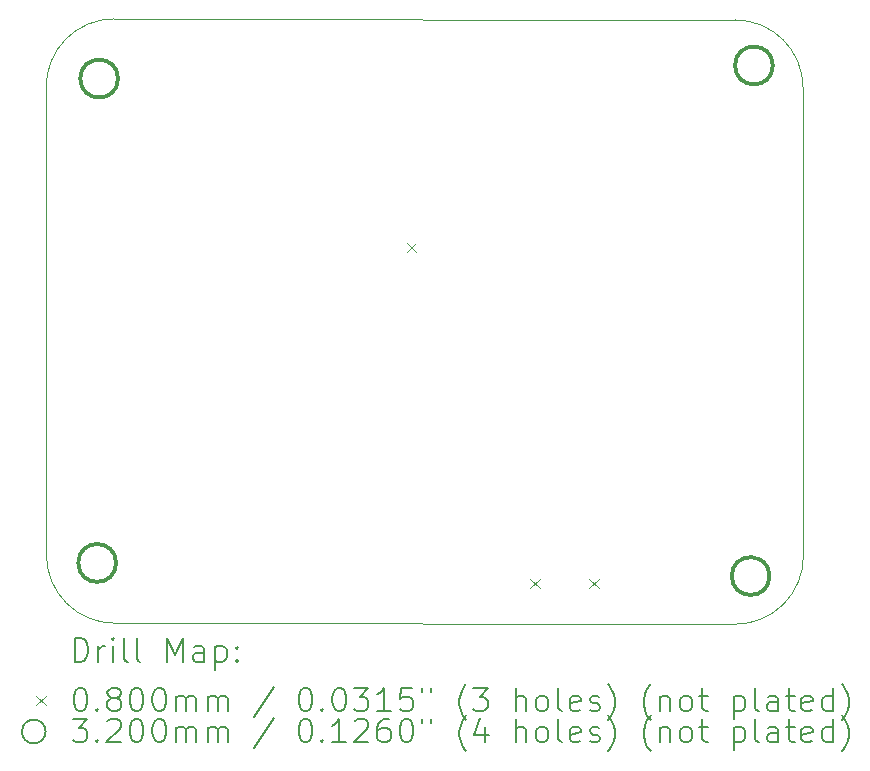
<source format=gbr>
%TF.GenerationSoftware,KiCad,Pcbnew,7.0.2*%
%TF.CreationDate,2023-11-28T02:03:47-03:00*%
%TF.ProjectId,Schematic_monitor,53636865-6d61-4746-9963-5f6d6f6e6974,rev?*%
%TF.SameCoordinates,Original*%
%TF.FileFunction,Drillmap*%
%TF.FilePolarity,Positive*%
%FSLAX45Y45*%
G04 Gerber Fmt 4.5, Leading zero omitted, Abs format (unit mm)*
G04 Created by KiCad (PCBNEW 7.0.2) date 2023-11-28 02:03:47*
%MOMM*%
%LPD*%
G01*
G04 APERTURE LIST*
%ADD10C,0.100000*%
%ADD11C,0.200000*%
%ADD12C,0.080000*%
%ADD13C,0.320000*%
G04 APERTURE END LIST*
D10*
X9094067Y-12498340D02*
X9091407Y-8534703D01*
X15500540Y-8543563D02*
X15503200Y-12507200D01*
X9094064Y-12498340D02*
G75*
G03*
X9670362Y-13074636I576296J0D01*
G01*
X15500533Y-8543563D02*
G75*
G03*
X14924244Y-7967267I-576293J3D01*
G01*
X9667703Y-7958407D02*
G75*
G03*
X9091407Y-8534703I-3J-576293D01*
G01*
X14924244Y-7967267D02*
X9667703Y-7958407D01*
X14926904Y-13083496D02*
G75*
G03*
X15503200Y-12507200I4J576292D01*
G01*
X9670362Y-13074636D02*
X14926904Y-13083496D01*
D11*
D12*
X12144408Y-9853704D02*
X12224408Y-9933704D01*
X12224408Y-9853704D02*
X12144408Y-9933704D01*
X13188700Y-12697700D02*
X13268700Y-12777700D01*
X13268700Y-12697700D02*
X13188700Y-12777700D01*
X13688700Y-12697700D02*
X13768700Y-12777700D01*
X13768700Y-12697700D02*
X13688700Y-12777700D01*
D13*
X9683200Y-12565200D02*
G75*
G03*
X9683200Y-12565200I-160000J0D01*
G01*
X9700200Y-8464200D02*
G75*
G03*
X9700200Y-8464200I-160000J0D01*
G01*
X15216200Y-12676200D02*
G75*
G03*
X15216200Y-12676200I-160000J0D01*
G01*
X15244200Y-8353200D02*
G75*
G03*
X15244200Y-8353200I-160000J0D01*
G01*
D11*
X9334026Y-13401020D02*
X9334026Y-13201020D01*
X9334026Y-13201020D02*
X9381645Y-13201020D01*
X9381645Y-13201020D02*
X9410216Y-13210544D01*
X9410216Y-13210544D02*
X9429264Y-13229591D01*
X9429264Y-13229591D02*
X9438788Y-13248639D01*
X9438788Y-13248639D02*
X9448312Y-13286734D01*
X9448312Y-13286734D02*
X9448312Y-13315305D01*
X9448312Y-13315305D02*
X9438788Y-13353401D01*
X9438788Y-13353401D02*
X9429264Y-13372448D01*
X9429264Y-13372448D02*
X9410216Y-13391496D01*
X9410216Y-13391496D02*
X9381645Y-13401020D01*
X9381645Y-13401020D02*
X9334026Y-13401020D01*
X9534026Y-13401020D02*
X9534026Y-13267686D01*
X9534026Y-13305782D02*
X9543550Y-13286734D01*
X9543550Y-13286734D02*
X9553073Y-13277210D01*
X9553073Y-13277210D02*
X9572121Y-13267686D01*
X9572121Y-13267686D02*
X9591169Y-13267686D01*
X9657835Y-13401020D02*
X9657835Y-13267686D01*
X9657835Y-13201020D02*
X9648312Y-13210544D01*
X9648312Y-13210544D02*
X9657835Y-13220067D01*
X9657835Y-13220067D02*
X9667359Y-13210544D01*
X9667359Y-13210544D02*
X9657835Y-13201020D01*
X9657835Y-13201020D02*
X9657835Y-13220067D01*
X9781645Y-13401020D02*
X9762597Y-13391496D01*
X9762597Y-13391496D02*
X9753073Y-13372448D01*
X9753073Y-13372448D02*
X9753073Y-13201020D01*
X9886407Y-13401020D02*
X9867359Y-13391496D01*
X9867359Y-13391496D02*
X9857835Y-13372448D01*
X9857835Y-13372448D02*
X9857835Y-13201020D01*
X10114978Y-13401020D02*
X10114978Y-13201020D01*
X10114978Y-13201020D02*
X10181645Y-13343877D01*
X10181645Y-13343877D02*
X10248312Y-13201020D01*
X10248312Y-13201020D02*
X10248312Y-13401020D01*
X10429264Y-13401020D02*
X10429264Y-13296258D01*
X10429264Y-13296258D02*
X10419740Y-13277210D01*
X10419740Y-13277210D02*
X10400693Y-13267686D01*
X10400693Y-13267686D02*
X10362597Y-13267686D01*
X10362597Y-13267686D02*
X10343550Y-13277210D01*
X10429264Y-13391496D02*
X10410216Y-13401020D01*
X10410216Y-13401020D02*
X10362597Y-13401020D01*
X10362597Y-13401020D02*
X10343550Y-13391496D01*
X10343550Y-13391496D02*
X10334026Y-13372448D01*
X10334026Y-13372448D02*
X10334026Y-13353401D01*
X10334026Y-13353401D02*
X10343550Y-13334353D01*
X10343550Y-13334353D02*
X10362597Y-13324829D01*
X10362597Y-13324829D02*
X10410216Y-13324829D01*
X10410216Y-13324829D02*
X10429264Y-13315305D01*
X10524502Y-13267686D02*
X10524502Y-13467686D01*
X10524502Y-13277210D02*
X10543550Y-13267686D01*
X10543550Y-13267686D02*
X10581645Y-13267686D01*
X10581645Y-13267686D02*
X10600693Y-13277210D01*
X10600693Y-13277210D02*
X10610216Y-13286734D01*
X10610216Y-13286734D02*
X10619740Y-13305782D01*
X10619740Y-13305782D02*
X10619740Y-13362924D01*
X10619740Y-13362924D02*
X10610216Y-13381972D01*
X10610216Y-13381972D02*
X10600693Y-13391496D01*
X10600693Y-13391496D02*
X10581645Y-13401020D01*
X10581645Y-13401020D02*
X10543550Y-13401020D01*
X10543550Y-13401020D02*
X10524502Y-13391496D01*
X10705454Y-13381972D02*
X10714978Y-13391496D01*
X10714978Y-13391496D02*
X10705454Y-13401020D01*
X10705454Y-13401020D02*
X10695931Y-13391496D01*
X10695931Y-13391496D02*
X10705454Y-13381972D01*
X10705454Y-13381972D02*
X10705454Y-13401020D01*
X10705454Y-13277210D02*
X10714978Y-13286734D01*
X10714978Y-13286734D02*
X10705454Y-13296258D01*
X10705454Y-13296258D02*
X10695931Y-13286734D01*
X10695931Y-13286734D02*
X10705454Y-13277210D01*
X10705454Y-13277210D02*
X10705454Y-13296258D01*
D12*
X9006407Y-13688496D02*
X9086407Y-13768496D01*
X9086407Y-13688496D02*
X9006407Y-13768496D01*
D11*
X9372121Y-13621020D02*
X9391169Y-13621020D01*
X9391169Y-13621020D02*
X9410216Y-13630544D01*
X9410216Y-13630544D02*
X9419740Y-13640067D01*
X9419740Y-13640067D02*
X9429264Y-13659115D01*
X9429264Y-13659115D02*
X9438788Y-13697210D01*
X9438788Y-13697210D02*
X9438788Y-13744829D01*
X9438788Y-13744829D02*
X9429264Y-13782924D01*
X9429264Y-13782924D02*
X9419740Y-13801972D01*
X9419740Y-13801972D02*
X9410216Y-13811496D01*
X9410216Y-13811496D02*
X9391169Y-13821020D01*
X9391169Y-13821020D02*
X9372121Y-13821020D01*
X9372121Y-13821020D02*
X9353073Y-13811496D01*
X9353073Y-13811496D02*
X9343550Y-13801972D01*
X9343550Y-13801972D02*
X9334026Y-13782924D01*
X9334026Y-13782924D02*
X9324502Y-13744829D01*
X9324502Y-13744829D02*
X9324502Y-13697210D01*
X9324502Y-13697210D02*
X9334026Y-13659115D01*
X9334026Y-13659115D02*
X9343550Y-13640067D01*
X9343550Y-13640067D02*
X9353073Y-13630544D01*
X9353073Y-13630544D02*
X9372121Y-13621020D01*
X9524502Y-13801972D02*
X9534026Y-13811496D01*
X9534026Y-13811496D02*
X9524502Y-13821020D01*
X9524502Y-13821020D02*
X9514978Y-13811496D01*
X9514978Y-13811496D02*
X9524502Y-13801972D01*
X9524502Y-13801972D02*
X9524502Y-13821020D01*
X9648312Y-13706734D02*
X9629264Y-13697210D01*
X9629264Y-13697210D02*
X9619740Y-13687686D01*
X9619740Y-13687686D02*
X9610216Y-13668639D01*
X9610216Y-13668639D02*
X9610216Y-13659115D01*
X9610216Y-13659115D02*
X9619740Y-13640067D01*
X9619740Y-13640067D02*
X9629264Y-13630544D01*
X9629264Y-13630544D02*
X9648312Y-13621020D01*
X9648312Y-13621020D02*
X9686407Y-13621020D01*
X9686407Y-13621020D02*
X9705454Y-13630544D01*
X9705454Y-13630544D02*
X9714978Y-13640067D01*
X9714978Y-13640067D02*
X9724502Y-13659115D01*
X9724502Y-13659115D02*
X9724502Y-13668639D01*
X9724502Y-13668639D02*
X9714978Y-13687686D01*
X9714978Y-13687686D02*
X9705454Y-13697210D01*
X9705454Y-13697210D02*
X9686407Y-13706734D01*
X9686407Y-13706734D02*
X9648312Y-13706734D01*
X9648312Y-13706734D02*
X9629264Y-13716258D01*
X9629264Y-13716258D02*
X9619740Y-13725782D01*
X9619740Y-13725782D02*
X9610216Y-13744829D01*
X9610216Y-13744829D02*
X9610216Y-13782924D01*
X9610216Y-13782924D02*
X9619740Y-13801972D01*
X9619740Y-13801972D02*
X9629264Y-13811496D01*
X9629264Y-13811496D02*
X9648312Y-13821020D01*
X9648312Y-13821020D02*
X9686407Y-13821020D01*
X9686407Y-13821020D02*
X9705454Y-13811496D01*
X9705454Y-13811496D02*
X9714978Y-13801972D01*
X9714978Y-13801972D02*
X9724502Y-13782924D01*
X9724502Y-13782924D02*
X9724502Y-13744829D01*
X9724502Y-13744829D02*
X9714978Y-13725782D01*
X9714978Y-13725782D02*
X9705454Y-13716258D01*
X9705454Y-13716258D02*
X9686407Y-13706734D01*
X9848312Y-13621020D02*
X9867359Y-13621020D01*
X9867359Y-13621020D02*
X9886407Y-13630544D01*
X9886407Y-13630544D02*
X9895931Y-13640067D01*
X9895931Y-13640067D02*
X9905454Y-13659115D01*
X9905454Y-13659115D02*
X9914978Y-13697210D01*
X9914978Y-13697210D02*
X9914978Y-13744829D01*
X9914978Y-13744829D02*
X9905454Y-13782924D01*
X9905454Y-13782924D02*
X9895931Y-13801972D01*
X9895931Y-13801972D02*
X9886407Y-13811496D01*
X9886407Y-13811496D02*
X9867359Y-13821020D01*
X9867359Y-13821020D02*
X9848312Y-13821020D01*
X9848312Y-13821020D02*
X9829264Y-13811496D01*
X9829264Y-13811496D02*
X9819740Y-13801972D01*
X9819740Y-13801972D02*
X9810216Y-13782924D01*
X9810216Y-13782924D02*
X9800693Y-13744829D01*
X9800693Y-13744829D02*
X9800693Y-13697210D01*
X9800693Y-13697210D02*
X9810216Y-13659115D01*
X9810216Y-13659115D02*
X9819740Y-13640067D01*
X9819740Y-13640067D02*
X9829264Y-13630544D01*
X9829264Y-13630544D02*
X9848312Y-13621020D01*
X10038788Y-13621020D02*
X10057835Y-13621020D01*
X10057835Y-13621020D02*
X10076883Y-13630544D01*
X10076883Y-13630544D02*
X10086407Y-13640067D01*
X10086407Y-13640067D02*
X10095931Y-13659115D01*
X10095931Y-13659115D02*
X10105454Y-13697210D01*
X10105454Y-13697210D02*
X10105454Y-13744829D01*
X10105454Y-13744829D02*
X10095931Y-13782924D01*
X10095931Y-13782924D02*
X10086407Y-13801972D01*
X10086407Y-13801972D02*
X10076883Y-13811496D01*
X10076883Y-13811496D02*
X10057835Y-13821020D01*
X10057835Y-13821020D02*
X10038788Y-13821020D01*
X10038788Y-13821020D02*
X10019740Y-13811496D01*
X10019740Y-13811496D02*
X10010216Y-13801972D01*
X10010216Y-13801972D02*
X10000693Y-13782924D01*
X10000693Y-13782924D02*
X9991169Y-13744829D01*
X9991169Y-13744829D02*
X9991169Y-13697210D01*
X9991169Y-13697210D02*
X10000693Y-13659115D01*
X10000693Y-13659115D02*
X10010216Y-13640067D01*
X10010216Y-13640067D02*
X10019740Y-13630544D01*
X10019740Y-13630544D02*
X10038788Y-13621020D01*
X10191169Y-13821020D02*
X10191169Y-13687686D01*
X10191169Y-13706734D02*
X10200693Y-13697210D01*
X10200693Y-13697210D02*
X10219740Y-13687686D01*
X10219740Y-13687686D02*
X10248312Y-13687686D01*
X10248312Y-13687686D02*
X10267359Y-13697210D01*
X10267359Y-13697210D02*
X10276883Y-13716258D01*
X10276883Y-13716258D02*
X10276883Y-13821020D01*
X10276883Y-13716258D02*
X10286407Y-13697210D01*
X10286407Y-13697210D02*
X10305454Y-13687686D01*
X10305454Y-13687686D02*
X10334026Y-13687686D01*
X10334026Y-13687686D02*
X10353074Y-13697210D01*
X10353074Y-13697210D02*
X10362597Y-13716258D01*
X10362597Y-13716258D02*
X10362597Y-13821020D01*
X10457835Y-13821020D02*
X10457835Y-13687686D01*
X10457835Y-13706734D02*
X10467359Y-13697210D01*
X10467359Y-13697210D02*
X10486407Y-13687686D01*
X10486407Y-13687686D02*
X10514978Y-13687686D01*
X10514978Y-13687686D02*
X10534026Y-13697210D01*
X10534026Y-13697210D02*
X10543550Y-13716258D01*
X10543550Y-13716258D02*
X10543550Y-13821020D01*
X10543550Y-13716258D02*
X10553074Y-13697210D01*
X10553074Y-13697210D02*
X10572121Y-13687686D01*
X10572121Y-13687686D02*
X10600693Y-13687686D01*
X10600693Y-13687686D02*
X10619740Y-13697210D01*
X10619740Y-13697210D02*
X10629264Y-13716258D01*
X10629264Y-13716258D02*
X10629264Y-13821020D01*
X11019740Y-13611496D02*
X10848312Y-13868639D01*
X11276883Y-13621020D02*
X11295931Y-13621020D01*
X11295931Y-13621020D02*
X11314978Y-13630544D01*
X11314978Y-13630544D02*
X11324502Y-13640067D01*
X11324502Y-13640067D02*
X11334026Y-13659115D01*
X11334026Y-13659115D02*
X11343550Y-13697210D01*
X11343550Y-13697210D02*
X11343550Y-13744829D01*
X11343550Y-13744829D02*
X11334026Y-13782924D01*
X11334026Y-13782924D02*
X11324502Y-13801972D01*
X11324502Y-13801972D02*
X11314978Y-13811496D01*
X11314978Y-13811496D02*
X11295931Y-13821020D01*
X11295931Y-13821020D02*
X11276883Y-13821020D01*
X11276883Y-13821020D02*
X11257835Y-13811496D01*
X11257835Y-13811496D02*
X11248312Y-13801972D01*
X11248312Y-13801972D02*
X11238788Y-13782924D01*
X11238788Y-13782924D02*
X11229264Y-13744829D01*
X11229264Y-13744829D02*
X11229264Y-13697210D01*
X11229264Y-13697210D02*
X11238788Y-13659115D01*
X11238788Y-13659115D02*
X11248312Y-13640067D01*
X11248312Y-13640067D02*
X11257835Y-13630544D01*
X11257835Y-13630544D02*
X11276883Y-13621020D01*
X11429264Y-13801972D02*
X11438788Y-13811496D01*
X11438788Y-13811496D02*
X11429264Y-13821020D01*
X11429264Y-13821020D02*
X11419740Y-13811496D01*
X11419740Y-13811496D02*
X11429264Y-13801972D01*
X11429264Y-13801972D02*
X11429264Y-13821020D01*
X11562597Y-13621020D02*
X11581645Y-13621020D01*
X11581645Y-13621020D02*
X11600693Y-13630544D01*
X11600693Y-13630544D02*
X11610216Y-13640067D01*
X11610216Y-13640067D02*
X11619740Y-13659115D01*
X11619740Y-13659115D02*
X11629264Y-13697210D01*
X11629264Y-13697210D02*
X11629264Y-13744829D01*
X11629264Y-13744829D02*
X11619740Y-13782924D01*
X11619740Y-13782924D02*
X11610216Y-13801972D01*
X11610216Y-13801972D02*
X11600693Y-13811496D01*
X11600693Y-13811496D02*
X11581645Y-13821020D01*
X11581645Y-13821020D02*
X11562597Y-13821020D01*
X11562597Y-13821020D02*
X11543550Y-13811496D01*
X11543550Y-13811496D02*
X11534026Y-13801972D01*
X11534026Y-13801972D02*
X11524502Y-13782924D01*
X11524502Y-13782924D02*
X11514978Y-13744829D01*
X11514978Y-13744829D02*
X11514978Y-13697210D01*
X11514978Y-13697210D02*
X11524502Y-13659115D01*
X11524502Y-13659115D02*
X11534026Y-13640067D01*
X11534026Y-13640067D02*
X11543550Y-13630544D01*
X11543550Y-13630544D02*
X11562597Y-13621020D01*
X11695931Y-13621020D02*
X11819740Y-13621020D01*
X11819740Y-13621020D02*
X11753074Y-13697210D01*
X11753074Y-13697210D02*
X11781645Y-13697210D01*
X11781645Y-13697210D02*
X11800693Y-13706734D01*
X11800693Y-13706734D02*
X11810216Y-13716258D01*
X11810216Y-13716258D02*
X11819740Y-13735305D01*
X11819740Y-13735305D02*
X11819740Y-13782924D01*
X11819740Y-13782924D02*
X11810216Y-13801972D01*
X11810216Y-13801972D02*
X11800693Y-13811496D01*
X11800693Y-13811496D02*
X11781645Y-13821020D01*
X11781645Y-13821020D02*
X11724502Y-13821020D01*
X11724502Y-13821020D02*
X11705455Y-13811496D01*
X11705455Y-13811496D02*
X11695931Y-13801972D01*
X12010216Y-13821020D02*
X11895931Y-13821020D01*
X11953074Y-13821020D02*
X11953074Y-13621020D01*
X11953074Y-13621020D02*
X11934026Y-13649591D01*
X11934026Y-13649591D02*
X11914978Y-13668639D01*
X11914978Y-13668639D02*
X11895931Y-13678163D01*
X12191169Y-13621020D02*
X12095931Y-13621020D01*
X12095931Y-13621020D02*
X12086407Y-13716258D01*
X12086407Y-13716258D02*
X12095931Y-13706734D01*
X12095931Y-13706734D02*
X12114978Y-13697210D01*
X12114978Y-13697210D02*
X12162597Y-13697210D01*
X12162597Y-13697210D02*
X12181645Y-13706734D01*
X12181645Y-13706734D02*
X12191169Y-13716258D01*
X12191169Y-13716258D02*
X12200693Y-13735305D01*
X12200693Y-13735305D02*
X12200693Y-13782924D01*
X12200693Y-13782924D02*
X12191169Y-13801972D01*
X12191169Y-13801972D02*
X12181645Y-13811496D01*
X12181645Y-13811496D02*
X12162597Y-13821020D01*
X12162597Y-13821020D02*
X12114978Y-13821020D01*
X12114978Y-13821020D02*
X12095931Y-13811496D01*
X12095931Y-13811496D02*
X12086407Y-13801972D01*
X12276883Y-13621020D02*
X12276883Y-13659115D01*
X12353074Y-13621020D02*
X12353074Y-13659115D01*
X12648312Y-13897210D02*
X12638788Y-13887686D01*
X12638788Y-13887686D02*
X12619740Y-13859115D01*
X12619740Y-13859115D02*
X12610217Y-13840067D01*
X12610217Y-13840067D02*
X12600693Y-13811496D01*
X12600693Y-13811496D02*
X12591169Y-13763877D01*
X12591169Y-13763877D02*
X12591169Y-13725782D01*
X12591169Y-13725782D02*
X12600693Y-13678163D01*
X12600693Y-13678163D02*
X12610217Y-13649591D01*
X12610217Y-13649591D02*
X12619740Y-13630544D01*
X12619740Y-13630544D02*
X12638788Y-13601972D01*
X12638788Y-13601972D02*
X12648312Y-13592448D01*
X12705455Y-13621020D02*
X12829264Y-13621020D01*
X12829264Y-13621020D02*
X12762597Y-13697210D01*
X12762597Y-13697210D02*
X12791169Y-13697210D01*
X12791169Y-13697210D02*
X12810217Y-13706734D01*
X12810217Y-13706734D02*
X12819740Y-13716258D01*
X12819740Y-13716258D02*
X12829264Y-13735305D01*
X12829264Y-13735305D02*
X12829264Y-13782924D01*
X12829264Y-13782924D02*
X12819740Y-13801972D01*
X12819740Y-13801972D02*
X12810217Y-13811496D01*
X12810217Y-13811496D02*
X12791169Y-13821020D01*
X12791169Y-13821020D02*
X12734026Y-13821020D01*
X12734026Y-13821020D02*
X12714978Y-13811496D01*
X12714978Y-13811496D02*
X12705455Y-13801972D01*
X13067359Y-13821020D02*
X13067359Y-13621020D01*
X13153074Y-13821020D02*
X13153074Y-13716258D01*
X13153074Y-13716258D02*
X13143550Y-13697210D01*
X13143550Y-13697210D02*
X13124502Y-13687686D01*
X13124502Y-13687686D02*
X13095931Y-13687686D01*
X13095931Y-13687686D02*
X13076883Y-13697210D01*
X13076883Y-13697210D02*
X13067359Y-13706734D01*
X13276883Y-13821020D02*
X13257836Y-13811496D01*
X13257836Y-13811496D02*
X13248312Y-13801972D01*
X13248312Y-13801972D02*
X13238788Y-13782924D01*
X13238788Y-13782924D02*
X13238788Y-13725782D01*
X13238788Y-13725782D02*
X13248312Y-13706734D01*
X13248312Y-13706734D02*
X13257836Y-13697210D01*
X13257836Y-13697210D02*
X13276883Y-13687686D01*
X13276883Y-13687686D02*
X13305455Y-13687686D01*
X13305455Y-13687686D02*
X13324502Y-13697210D01*
X13324502Y-13697210D02*
X13334026Y-13706734D01*
X13334026Y-13706734D02*
X13343550Y-13725782D01*
X13343550Y-13725782D02*
X13343550Y-13782924D01*
X13343550Y-13782924D02*
X13334026Y-13801972D01*
X13334026Y-13801972D02*
X13324502Y-13811496D01*
X13324502Y-13811496D02*
X13305455Y-13821020D01*
X13305455Y-13821020D02*
X13276883Y-13821020D01*
X13457836Y-13821020D02*
X13438788Y-13811496D01*
X13438788Y-13811496D02*
X13429264Y-13792448D01*
X13429264Y-13792448D02*
X13429264Y-13621020D01*
X13610217Y-13811496D02*
X13591169Y-13821020D01*
X13591169Y-13821020D02*
X13553074Y-13821020D01*
X13553074Y-13821020D02*
X13534026Y-13811496D01*
X13534026Y-13811496D02*
X13524502Y-13792448D01*
X13524502Y-13792448D02*
X13524502Y-13716258D01*
X13524502Y-13716258D02*
X13534026Y-13697210D01*
X13534026Y-13697210D02*
X13553074Y-13687686D01*
X13553074Y-13687686D02*
X13591169Y-13687686D01*
X13591169Y-13687686D02*
X13610217Y-13697210D01*
X13610217Y-13697210D02*
X13619740Y-13716258D01*
X13619740Y-13716258D02*
X13619740Y-13735305D01*
X13619740Y-13735305D02*
X13524502Y-13754353D01*
X13695931Y-13811496D02*
X13714979Y-13821020D01*
X13714979Y-13821020D02*
X13753074Y-13821020D01*
X13753074Y-13821020D02*
X13772121Y-13811496D01*
X13772121Y-13811496D02*
X13781645Y-13792448D01*
X13781645Y-13792448D02*
X13781645Y-13782924D01*
X13781645Y-13782924D02*
X13772121Y-13763877D01*
X13772121Y-13763877D02*
X13753074Y-13754353D01*
X13753074Y-13754353D02*
X13724502Y-13754353D01*
X13724502Y-13754353D02*
X13705455Y-13744829D01*
X13705455Y-13744829D02*
X13695931Y-13725782D01*
X13695931Y-13725782D02*
X13695931Y-13716258D01*
X13695931Y-13716258D02*
X13705455Y-13697210D01*
X13705455Y-13697210D02*
X13724502Y-13687686D01*
X13724502Y-13687686D02*
X13753074Y-13687686D01*
X13753074Y-13687686D02*
X13772121Y-13697210D01*
X13848312Y-13897210D02*
X13857836Y-13887686D01*
X13857836Y-13887686D02*
X13876883Y-13859115D01*
X13876883Y-13859115D02*
X13886407Y-13840067D01*
X13886407Y-13840067D02*
X13895931Y-13811496D01*
X13895931Y-13811496D02*
X13905455Y-13763877D01*
X13905455Y-13763877D02*
X13905455Y-13725782D01*
X13905455Y-13725782D02*
X13895931Y-13678163D01*
X13895931Y-13678163D02*
X13886407Y-13649591D01*
X13886407Y-13649591D02*
X13876883Y-13630544D01*
X13876883Y-13630544D02*
X13857836Y-13601972D01*
X13857836Y-13601972D02*
X13848312Y-13592448D01*
X14210217Y-13897210D02*
X14200693Y-13887686D01*
X14200693Y-13887686D02*
X14181645Y-13859115D01*
X14181645Y-13859115D02*
X14172121Y-13840067D01*
X14172121Y-13840067D02*
X14162598Y-13811496D01*
X14162598Y-13811496D02*
X14153074Y-13763877D01*
X14153074Y-13763877D02*
X14153074Y-13725782D01*
X14153074Y-13725782D02*
X14162598Y-13678163D01*
X14162598Y-13678163D02*
X14172121Y-13649591D01*
X14172121Y-13649591D02*
X14181645Y-13630544D01*
X14181645Y-13630544D02*
X14200693Y-13601972D01*
X14200693Y-13601972D02*
X14210217Y-13592448D01*
X14286407Y-13687686D02*
X14286407Y-13821020D01*
X14286407Y-13706734D02*
X14295931Y-13697210D01*
X14295931Y-13697210D02*
X14314979Y-13687686D01*
X14314979Y-13687686D02*
X14343550Y-13687686D01*
X14343550Y-13687686D02*
X14362598Y-13697210D01*
X14362598Y-13697210D02*
X14372121Y-13716258D01*
X14372121Y-13716258D02*
X14372121Y-13821020D01*
X14495931Y-13821020D02*
X14476883Y-13811496D01*
X14476883Y-13811496D02*
X14467360Y-13801972D01*
X14467360Y-13801972D02*
X14457836Y-13782924D01*
X14457836Y-13782924D02*
X14457836Y-13725782D01*
X14457836Y-13725782D02*
X14467360Y-13706734D01*
X14467360Y-13706734D02*
X14476883Y-13697210D01*
X14476883Y-13697210D02*
X14495931Y-13687686D01*
X14495931Y-13687686D02*
X14524502Y-13687686D01*
X14524502Y-13687686D02*
X14543550Y-13697210D01*
X14543550Y-13697210D02*
X14553074Y-13706734D01*
X14553074Y-13706734D02*
X14562598Y-13725782D01*
X14562598Y-13725782D02*
X14562598Y-13782924D01*
X14562598Y-13782924D02*
X14553074Y-13801972D01*
X14553074Y-13801972D02*
X14543550Y-13811496D01*
X14543550Y-13811496D02*
X14524502Y-13821020D01*
X14524502Y-13821020D02*
X14495931Y-13821020D01*
X14619741Y-13687686D02*
X14695931Y-13687686D01*
X14648312Y-13621020D02*
X14648312Y-13792448D01*
X14648312Y-13792448D02*
X14657836Y-13811496D01*
X14657836Y-13811496D02*
X14676883Y-13821020D01*
X14676883Y-13821020D02*
X14695931Y-13821020D01*
X14914979Y-13687686D02*
X14914979Y-13887686D01*
X14914979Y-13697210D02*
X14934026Y-13687686D01*
X14934026Y-13687686D02*
X14972122Y-13687686D01*
X14972122Y-13687686D02*
X14991169Y-13697210D01*
X14991169Y-13697210D02*
X15000693Y-13706734D01*
X15000693Y-13706734D02*
X15010217Y-13725782D01*
X15010217Y-13725782D02*
X15010217Y-13782924D01*
X15010217Y-13782924D02*
X15000693Y-13801972D01*
X15000693Y-13801972D02*
X14991169Y-13811496D01*
X14991169Y-13811496D02*
X14972122Y-13821020D01*
X14972122Y-13821020D02*
X14934026Y-13821020D01*
X14934026Y-13821020D02*
X14914979Y-13811496D01*
X15124502Y-13821020D02*
X15105455Y-13811496D01*
X15105455Y-13811496D02*
X15095931Y-13792448D01*
X15095931Y-13792448D02*
X15095931Y-13621020D01*
X15286407Y-13821020D02*
X15286407Y-13716258D01*
X15286407Y-13716258D02*
X15276883Y-13697210D01*
X15276883Y-13697210D02*
X15257836Y-13687686D01*
X15257836Y-13687686D02*
X15219741Y-13687686D01*
X15219741Y-13687686D02*
X15200693Y-13697210D01*
X15286407Y-13811496D02*
X15267360Y-13821020D01*
X15267360Y-13821020D02*
X15219741Y-13821020D01*
X15219741Y-13821020D02*
X15200693Y-13811496D01*
X15200693Y-13811496D02*
X15191169Y-13792448D01*
X15191169Y-13792448D02*
X15191169Y-13773401D01*
X15191169Y-13773401D02*
X15200693Y-13754353D01*
X15200693Y-13754353D02*
X15219741Y-13744829D01*
X15219741Y-13744829D02*
X15267360Y-13744829D01*
X15267360Y-13744829D02*
X15286407Y-13735305D01*
X15353074Y-13687686D02*
X15429264Y-13687686D01*
X15381645Y-13621020D02*
X15381645Y-13792448D01*
X15381645Y-13792448D02*
X15391169Y-13811496D01*
X15391169Y-13811496D02*
X15410217Y-13821020D01*
X15410217Y-13821020D02*
X15429264Y-13821020D01*
X15572122Y-13811496D02*
X15553074Y-13821020D01*
X15553074Y-13821020D02*
X15514979Y-13821020D01*
X15514979Y-13821020D02*
X15495931Y-13811496D01*
X15495931Y-13811496D02*
X15486407Y-13792448D01*
X15486407Y-13792448D02*
X15486407Y-13716258D01*
X15486407Y-13716258D02*
X15495931Y-13697210D01*
X15495931Y-13697210D02*
X15514979Y-13687686D01*
X15514979Y-13687686D02*
X15553074Y-13687686D01*
X15553074Y-13687686D02*
X15572122Y-13697210D01*
X15572122Y-13697210D02*
X15581645Y-13716258D01*
X15581645Y-13716258D02*
X15581645Y-13735305D01*
X15581645Y-13735305D02*
X15486407Y-13754353D01*
X15753074Y-13821020D02*
X15753074Y-13621020D01*
X15753074Y-13811496D02*
X15734026Y-13821020D01*
X15734026Y-13821020D02*
X15695931Y-13821020D01*
X15695931Y-13821020D02*
X15676883Y-13811496D01*
X15676883Y-13811496D02*
X15667360Y-13801972D01*
X15667360Y-13801972D02*
X15657836Y-13782924D01*
X15657836Y-13782924D02*
X15657836Y-13725782D01*
X15657836Y-13725782D02*
X15667360Y-13706734D01*
X15667360Y-13706734D02*
X15676883Y-13697210D01*
X15676883Y-13697210D02*
X15695931Y-13687686D01*
X15695931Y-13687686D02*
X15734026Y-13687686D01*
X15734026Y-13687686D02*
X15753074Y-13697210D01*
X15829264Y-13897210D02*
X15838788Y-13887686D01*
X15838788Y-13887686D02*
X15857836Y-13859115D01*
X15857836Y-13859115D02*
X15867360Y-13840067D01*
X15867360Y-13840067D02*
X15876883Y-13811496D01*
X15876883Y-13811496D02*
X15886407Y-13763877D01*
X15886407Y-13763877D02*
X15886407Y-13725782D01*
X15886407Y-13725782D02*
X15876883Y-13678163D01*
X15876883Y-13678163D02*
X15867360Y-13649591D01*
X15867360Y-13649591D02*
X15857836Y-13630544D01*
X15857836Y-13630544D02*
X15838788Y-13601972D01*
X15838788Y-13601972D02*
X15829264Y-13592448D01*
X9086407Y-13992496D02*
G75*
G03*
X9086407Y-13992496I-100000J0D01*
G01*
X9314978Y-13885020D02*
X9438788Y-13885020D01*
X9438788Y-13885020D02*
X9372121Y-13961210D01*
X9372121Y-13961210D02*
X9400693Y-13961210D01*
X9400693Y-13961210D02*
X9419740Y-13970734D01*
X9419740Y-13970734D02*
X9429264Y-13980258D01*
X9429264Y-13980258D02*
X9438788Y-13999305D01*
X9438788Y-13999305D02*
X9438788Y-14046924D01*
X9438788Y-14046924D02*
X9429264Y-14065972D01*
X9429264Y-14065972D02*
X9419740Y-14075496D01*
X9419740Y-14075496D02*
X9400693Y-14085020D01*
X9400693Y-14085020D02*
X9343550Y-14085020D01*
X9343550Y-14085020D02*
X9324502Y-14075496D01*
X9324502Y-14075496D02*
X9314978Y-14065972D01*
X9524502Y-14065972D02*
X9534026Y-14075496D01*
X9534026Y-14075496D02*
X9524502Y-14085020D01*
X9524502Y-14085020D02*
X9514978Y-14075496D01*
X9514978Y-14075496D02*
X9524502Y-14065972D01*
X9524502Y-14065972D02*
X9524502Y-14085020D01*
X9610216Y-13904067D02*
X9619740Y-13894544D01*
X9619740Y-13894544D02*
X9638788Y-13885020D01*
X9638788Y-13885020D02*
X9686407Y-13885020D01*
X9686407Y-13885020D02*
X9705454Y-13894544D01*
X9705454Y-13894544D02*
X9714978Y-13904067D01*
X9714978Y-13904067D02*
X9724502Y-13923115D01*
X9724502Y-13923115D02*
X9724502Y-13942163D01*
X9724502Y-13942163D02*
X9714978Y-13970734D01*
X9714978Y-13970734D02*
X9600693Y-14085020D01*
X9600693Y-14085020D02*
X9724502Y-14085020D01*
X9848312Y-13885020D02*
X9867359Y-13885020D01*
X9867359Y-13885020D02*
X9886407Y-13894544D01*
X9886407Y-13894544D02*
X9895931Y-13904067D01*
X9895931Y-13904067D02*
X9905454Y-13923115D01*
X9905454Y-13923115D02*
X9914978Y-13961210D01*
X9914978Y-13961210D02*
X9914978Y-14008829D01*
X9914978Y-14008829D02*
X9905454Y-14046924D01*
X9905454Y-14046924D02*
X9895931Y-14065972D01*
X9895931Y-14065972D02*
X9886407Y-14075496D01*
X9886407Y-14075496D02*
X9867359Y-14085020D01*
X9867359Y-14085020D02*
X9848312Y-14085020D01*
X9848312Y-14085020D02*
X9829264Y-14075496D01*
X9829264Y-14075496D02*
X9819740Y-14065972D01*
X9819740Y-14065972D02*
X9810216Y-14046924D01*
X9810216Y-14046924D02*
X9800693Y-14008829D01*
X9800693Y-14008829D02*
X9800693Y-13961210D01*
X9800693Y-13961210D02*
X9810216Y-13923115D01*
X9810216Y-13923115D02*
X9819740Y-13904067D01*
X9819740Y-13904067D02*
X9829264Y-13894544D01*
X9829264Y-13894544D02*
X9848312Y-13885020D01*
X10038788Y-13885020D02*
X10057835Y-13885020D01*
X10057835Y-13885020D02*
X10076883Y-13894544D01*
X10076883Y-13894544D02*
X10086407Y-13904067D01*
X10086407Y-13904067D02*
X10095931Y-13923115D01*
X10095931Y-13923115D02*
X10105454Y-13961210D01*
X10105454Y-13961210D02*
X10105454Y-14008829D01*
X10105454Y-14008829D02*
X10095931Y-14046924D01*
X10095931Y-14046924D02*
X10086407Y-14065972D01*
X10086407Y-14065972D02*
X10076883Y-14075496D01*
X10076883Y-14075496D02*
X10057835Y-14085020D01*
X10057835Y-14085020D02*
X10038788Y-14085020D01*
X10038788Y-14085020D02*
X10019740Y-14075496D01*
X10019740Y-14075496D02*
X10010216Y-14065972D01*
X10010216Y-14065972D02*
X10000693Y-14046924D01*
X10000693Y-14046924D02*
X9991169Y-14008829D01*
X9991169Y-14008829D02*
X9991169Y-13961210D01*
X9991169Y-13961210D02*
X10000693Y-13923115D01*
X10000693Y-13923115D02*
X10010216Y-13904067D01*
X10010216Y-13904067D02*
X10019740Y-13894544D01*
X10019740Y-13894544D02*
X10038788Y-13885020D01*
X10191169Y-14085020D02*
X10191169Y-13951686D01*
X10191169Y-13970734D02*
X10200693Y-13961210D01*
X10200693Y-13961210D02*
X10219740Y-13951686D01*
X10219740Y-13951686D02*
X10248312Y-13951686D01*
X10248312Y-13951686D02*
X10267359Y-13961210D01*
X10267359Y-13961210D02*
X10276883Y-13980258D01*
X10276883Y-13980258D02*
X10276883Y-14085020D01*
X10276883Y-13980258D02*
X10286407Y-13961210D01*
X10286407Y-13961210D02*
X10305454Y-13951686D01*
X10305454Y-13951686D02*
X10334026Y-13951686D01*
X10334026Y-13951686D02*
X10353074Y-13961210D01*
X10353074Y-13961210D02*
X10362597Y-13980258D01*
X10362597Y-13980258D02*
X10362597Y-14085020D01*
X10457835Y-14085020D02*
X10457835Y-13951686D01*
X10457835Y-13970734D02*
X10467359Y-13961210D01*
X10467359Y-13961210D02*
X10486407Y-13951686D01*
X10486407Y-13951686D02*
X10514978Y-13951686D01*
X10514978Y-13951686D02*
X10534026Y-13961210D01*
X10534026Y-13961210D02*
X10543550Y-13980258D01*
X10543550Y-13980258D02*
X10543550Y-14085020D01*
X10543550Y-13980258D02*
X10553074Y-13961210D01*
X10553074Y-13961210D02*
X10572121Y-13951686D01*
X10572121Y-13951686D02*
X10600693Y-13951686D01*
X10600693Y-13951686D02*
X10619740Y-13961210D01*
X10619740Y-13961210D02*
X10629264Y-13980258D01*
X10629264Y-13980258D02*
X10629264Y-14085020D01*
X11019740Y-13875496D02*
X10848312Y-14132639D01*
X11276883Y-13885020D02*
X11295931Y-13885020D01*
X11295931Y-13885020D02*
X11314978Y-13894544D01*
X11314978Y-13894544D02*
X11324502Y-13904067D01*
X11324502Y-13904067D02*
X11334026Y-13923115D01*
X11334026Y-13923115D02*
X11343550Y-13961210D01*
X11343550Y-13961210D02*
X11343550Y-14008829D01*
X11343550Y-14008829D02*
X11334026Y-14046924D01*
X11334026Y-14046924D02*
X11324502Y-14065972D01*
X11324502Y-14065972D02*
X11314978Y-14075496D01*
X11314978Y-14075496D02*
X11295931Y-14085020D01*
X11295931Y-14085020D02*
X11276883Y-14085020D01*
X11276883Y-14085020D02*
X11257835Y-14075496D01*
X11257835Y-14075496D02*
X11248312Y-14065972D01*
X11248312Y-14065972D02*
X11238788Y-14046924D01*
X11238788Y-14046924D02*
X11229264Y-14008829D01*
X11229264Y-14008829D02*
X11229264Y-13961210D01*
X11229264Y-13961210D02*
X11238788Y-13923115D01*
X11238788Y-13923115D02*
X11248312Y-13904067D01*
X11248312Y-13904067D02*
X11257835Y-13894544D01*
X11257835Y-13894544D02*
X11276883Y-13885020D01*
X11429264Y-14065972D02*
X11438788Y-14075496D01*
X11438788Y-14075496D02*
X11429264Y-14085020D01*
X11429264Y-14085020D02*
X11419740Y-14075496D01*
X11419740Y-14075496D02*
X11429264Y-14065972D01*
X11429264Y-14065972D02*
X11429264Y-14085020D01*
X11629264Y-14085020D02*
X11514978Y-14085020D01*
X11572121Y-14085020D02*
X11572121Y-13885020D01*
X11572121Y-13885020D02*
X11553074Y-13913591D01*
X11553074Y-13913591D02*
X11534026Y-13932639D01*
X11534026Y-13932639D02*
X11514978Y-13942163D01*
X11705455Y-13904067D02*
X11714978Y-13894544D01*
X11714978Y-13894544D02*
X11734026Y-13885020D01*
X11734026Y-13885020D02*
X11781645Y-13885020D01*
X11781645Y-13885020D02*
X11800693Y-13894544D01*
X11800693Y-13894544D02*
X11810216Y-13904067D01*
X11810216Y-13904067D02*
X11819740Y-13923115D01*
X11819740Y-13923115D02*
X11819740Y-13942163D01*
X11819740Y-13942163D02*
X11810216Y-13970734D01*
X11810216Y-13970734D02*
X11695931Y-14085020D01*
X11695931Y-14085020D02*
X11819740Y-14085020D01*
X11991169Y-13885020D02*
X11953074Y-13885020D01*
X11953074Y-13885020D02*
X11934026Y-13894544D01*
X11934026Y-13894544D02*
X11924502Y-13904067D01*
X11924502Y-13904067D02*
X11905455Y-13932639D01*
X11905455Y-13932639D02*
X11895931Y-13970734D01*
X11895931Y-13970734D02*
X11895931Y-14046924D01*
X11895931Y-14046924D02*
X11905455Y-14065972D01*
X11905455Y-14065972D02*
X11914978Y-14075496D01*
X11914978Y-14075496D02*
X11934026Y-14085020D01*
X11934026Y-14085020D02*
X11972121Y-14085020D01*
X11972121Y-14085020D02*
X11991169Y-14075496D01*
X11991169Y-14075496D02*
X12000693Y-14065972D01*
X12000693Y-14065972D02*
X12010216Y-14046924D01*
X12010216Y-14046924D02*
X12010216Y-13999305D01*
X12010216Y-13999305D02*
X12000693Y-13980258D01*
X12000693Y-13980258D02*
X11991169Y-13970734D01*
X11991169Y-13970734D02*
X11972121Y-13961210D01*
X11972121Y-13961210D02*
X11934026Y-13961210D01*
X11934026Y-13961210D02*
X11914978Y-13970734D01*
X11914978Y-13970734D02*
X11905455Y-13980258D01*
X11905455Y-13980258D02*
X11895931Y-13999305D01*
X12134026Y-13885020D02*
X12153074Y-13885020D01*
X12153074Y-13885020D02*
X12172121Y-13894544D01*
X12172121Y-13894544D02*
X12181645Y-13904067D01*
X12181645Y-13904067D02*
X12191169Y-13923115D01*
X12191169Y-13923115D02*
X12200693Y-13961210D01*
X12200693Y-13961210D02*
X12200693Y-14008829D01*
X12200693Y-14008829D02*
X12191169Y-14046924D01*
X12191169Y-14046924D02*
X12181645Y-14065972D01*
X12181645Y-14065972D02*
X12172121Y-14075496D01*
X12172121Y-14075496D02*
X12153074Y-14085020D01*
X12153074Y-14085020D02*
X12134026Y-14085020D01*
X12134026Y-14085020D02*
X12114978Y-14075496D01*
X12114978Y-14075496D02*
X12105455Y-14065972D01*
X12105455Y-14065972D02*
X12095931Y-14046924D01*
X12095931Y-14046924D02*
X12086407Y-14008829D01*
X12086407Y-14008829D02*
X12086407Y-13961210D01*
X12086407Y-13961210D02*
X12095931Y-13923115D01*
X12095931Y-13923115D02*
X12105455Y-13904067D01*
X12105455Y-13904067D02*
X12114978Y-13894544D01*
X12114978Y-13894544D02*
X12134026Y-13885020D01*
X12276883Y-13885020D02*
X12276883Y-13923115D01*
X12353074Y-13885020D02*
X12353074Y-13923115D01*
X12648312Y-14161210D02*
X12638788Y-14151686D01*
X12638788Y-14151686D02*
X12619740Y-14123115D01*
X12619740Y-14123115D02*
X12610217Y-14104067D01*
X12610217Y-14104067D02*
X12600693Y-14075496D01*
X12600693Y-14075496D02*
X12591169Y-14027877D01*
X12591169Y-14027877D02*
X12591169Y-13989782D01*
X12591169Y-13989782D02*
X12600693Y-13942163D01*
X12600693Y-13942163D02*
X12610217Y-13913591D01*
X12610217Y-13913591D02*
X12619740Y-13894544D01*
X12619740Y-13894544D02*
X12638788Y-13865972D01*
X12638788Y-13865972D02*
X12648312Y-13856448D01*
X12810217Y-13951686D02*
X12810217Y-14085020D01*
X12762597Y-13875496D02*
X12714978Y-14018353D01*
X12714978Y-14018353D02*
X12838788Y-14018353D01*
X13067359Y-14085020D02*
X13067359Y-13885020D01*
X13153074Y-14085020D02*
X13153074Y-13980258D01*
X13153074Y-13980258D02*
X13143550Y-13961210D01*
X13143550Y-13961210D02*
X13124502Y-13951686D01*
X13124502Y-13951686D02*
X13095931Y-13951686D01*
X13095931Y-13951686D02*
X13076883Y-13961210D01*
X13076883Y-13961210D02*
X13067359Y-13970734D01*
X13276883Y-14085020D02*
X13257836Y-14075496D01*
X13257836Y-14075496D02*
X13248312Y-14065972D01*
X13248312Y-14065972D02*
X13238788Y-14046924D01*
X13238788Y-14046924D02*
X13238788Y-13989782D01*
X13238788Y-13989782D02*
X13248312Y-13970734D01*
X13248312Y-13970734D02*
X13257836Y-13961210D01*
X13257836Y-13961210D02*
X13276883Y-13951686D01*
X13276883Y-13951686D02*
X13305455Y-13951686D01*
X13305455Y-13951686D02*
X13324502Y-13961210D01*
X13324502Y-13961210D02*
X13334026Y-13970734D01*
X13334026Y-13970734D02*
X13343550Y-13989782D01*
X13343550Y-13989782D02*
X13343550Y-14046924D01*
X13343550Y-14046924D02*
X13334026Y-14065972D01*
X13334026Y-14065972D02*
X13324502Y-14075496D01*
X13324502Y-14075496D02*
X13305455Y-14085020D01*
X13305455Y-14085020D02*
X13276883Y-14085020D01*
X13457836Y-14085020D02*
X13438788Y-14075496D01*
X13438788Y-14075496D02*
X13429264Y-14056448D01*
X13429264Y-14056448D02*
X13429264Y-13885020D01*
X13610217Y-14075496D02*
X13591169Y-14085020D01*
X13591169Y-14085020D02*
X13553074Y-14085020D01*
X13553074Y-14085020D02*
X13534026Y-14075496D01*
X13534026Y-14075496D02*
X13524502Y-14056448D01*
X13524502Y-14056448D02*
X13524502Y-13980258D01*
X13524502Y-13980258D02*
X13534026Y-13961210D01*
X13534026Y-13961210D02*
X13553074Y-13951686D01*
X13553074Y-13951686D02*
X13591169Y-13951686D01*
X13591169Y-13951686D02*
X13610217Y-13961210D01*
X13610217Y-13961210D02*
X13619740Y-13980258D01*
X13619740Y-13980258D02*
X13619740Y-13999305D01*
X13619740Y-13999305D02*
X13524502Y-14018353D01*
X13695931Y-14075496D02*
X13714979Y-14085020D01*
X13714979Y-14085020D02*
X13753074Y-14085020D01*
X13753074Y-14085020D02*
X13772121Y-14075496D01*
X13772121Y-14075496D02*
X13781645Y-14056448D01*
X13781645Y-14056448D02*
X13781645Y-14046924D01*
X13781645Y-14046924D02*
X13772121Y-14027877D01*
X13772121Y-14027877D02*
X13753074Y-14018353D01*
X13753074Y-14018353D02*
X13724502Y-14018353D01*
X13724502Y-14018353D02*
X13705455Y-14008829D01*
X13705455Y-14008829D02*
X13695931Y-13989782D01*
X13695931Y-13989782D02*
X13695931Y-13980258D01*
X13695931Y-13980258D02*
X13705455Y-13961210D01*
X13705455Y-13961210D02*
X13724502Y-13951686D01*
X13724502Y-13951686D02*
X13753074Y-13951686D01*
X13753074Y-13951686D02*
X13772121Y-13961210D01*
X13848312Y-14161210D02*
X13857836Y-14151686D01*
X13857836Y-14151686D02*
X13876883Y-14123115D01*
X13876883Y-14123115D02*
X13886407Y-14104067D01*
X13886407Y-14104067D02*
X13895931Y-14075496D01*
X13895931Y-14075496D02*
X13905455Y-14027877D01*
X13905455Y-14027877D02*
X13905455Y-13989782D01*
X13905455Y-13989782D02*
X13895931Y-13942163D01*
X13895931Y-13942163D02*
X13886407Y-13913591D01*
X13886407Y-13913591D02*
X13876883Y-13894544D01*
X13876883Y-13894544D02*
X13857836Y-13865972D01*
X13857836Y-13865972D02*
X13848312Y-13856448D01*
X14210217Y-14161210D02*
X14200693Y-14151686D01*
X14200693Y-14151686D02*
X14181645Y-14123115D01*
X14181645Y-14123115D02*
X14172121Y-14104067D01*
X14172121Y-14104067D02*
X14162598Y-14075496D01*
X14162598Y-14075496D02*
X14153074Y-14027877D01*
X14153074Y-14027877D02*
X14153074Y-13989782D01*
X14153074Y-13989782D02*
X14162598Y-13942163D01*
X14162598Y-13942163D02*
X14172121Y-13913591D01*
X14172121Y-13913591D02*
X14181645Y-13894544D01*
X14181645Y-13894544D02*
X14200693Y-13865972D01*
X14200693Y-13865972D02*
X14210217Y-13856448D01*
X14286407Y-13951686D02*
X14286407Y-14085020D01*
X14286407Y-13970734D02*
X14295931Y-13961210D01*
X14295931Y-13961210D02*
X14314979Y-13951686D01*
X14314979Y-13951686D02*
X14343550Y-13951686D01*
X14343550Y-13951686D02*
X14362598Y-13961210D01*
X14362598Y-13961210D02*
X14372121Y-13980258D01*
X14372121Y-13980258D02*
X14372121Y-14085020D01*
X14495931Y-14085020D02*
X14476883Y-14075496D01*
X14476883Y-14075496D02*
X14467360Y-14065972D01*
X14467360Y-14065972D02*
X14457836Y-14046924D01*
X14457836Y-14046924D02*
X14457836Y-13989782D01*
X14457836Y-13989782D02*
X14467360Y-13970734D01*
X14467360Y-13970734D02*
X14476883Y-13961210D01*
X14476883Y-13961210D02*
X14495931Y-13951686D01*
X14495931Y-13951686D02*
X14524502Y-13951686D01*
X14524502Y-13951686D02*
X14543550Y-13961210D01*
X14543550Y-13961210D02*
X14553074Y-13970734D01*
X14553074Y-13970734D02*
X14562598Y-13989782D01*
X14562598Y-13989782D02*
X14562598Y-14046924D01*
X14562598Y-14046924D02*
X14553074Y-14065972D01*
X14553074Y-14065972D02*
X14543550Y-14075496D01*
X14543550Y-14075496D02*
X14524502Y-14085020D01*
X14524502Y-14085020D02*
X14495931Y-14085020D01*
X14619741Y-13951686D02*
X14695931Y-13951686D01*
X14648312Y-13885020D02*
X14648312Y-14056448D01*
X14648312Y-14056448D02*
X14657836Y-14075496D01*
X14657836Y-14075496D02*
X14676883Y-14085020D01*
X14676883Y-14085020D02*
X14695931Y-14085020D01*
X14914979Y-13951686D02*
X14914979Y-14151686D01*
X14914979Y-13961210D02*
X14934026Y-13951686D01*
X14934026Y-13951686D02*
X14972122Y-13951686D01*
X14972122Y-13951686D02*
X14991169Y-13961210D01*
X14991169Y-13961210D02*
X15000693Y-13970734D01*
X15000693Y-13970734D02*
X15010217Y-13989782D01*
X15010217Y-13989782D02*
X15010217Y-14046924D01*
X15010217Y-14046924D02*
X15000693Y-14065972D01*
X15000693Y-14065972D02*
X14991169Y-14075496D01*
X14991169Y-14075496D02*
X14972122Y-14085020D01*
X14972122Y-14085020D02*
X14934026Y-14085020D01*
X14934026Y-14085020D02*
X14914979Y-14075496D01*
X15124502Y-14085020D02*
X15105455Y-14075496D01*
X15105455Y-14075496D02*
X15095931Y-14056448D01*
X15095931Y-14056448D02*
X15095931Y-13885020D01*
X15286407Y-14085020D02*
X15286407Y-13980258D01*
X15286407Y-13980258D02*
X15276883Y-13961210D01*
X15276883Y-13961210D02*
X15257836Y-13951686D01*
X15257836Y-13951686D02*
X15219741Y-13951686D01*
X15219741Y-13951686D02*
X15200693Y-13961210D01*
X15286407Y-14075496D02*
X15267360Y-14085020D01*
X15267360Y-14085020D02*
X15219741Y-14085020D01*
X15219741Y-14085020D02*
X15200693Y-14075496D01*
X15200693Y-14075496D02*
X15191169Y-14056448D01*
X15191169Y-14056448D02*
X15191169Y-14037401D01*
X15191169Y-14037401D02*
X15200693Y-14018353D01*
X15200693Y-14018353D02*
X15219741Y-14008829D01*
X15219741Y-14008829D02*
X15267360Y-14008829D01*
X15267360Y-14008829D02*
X15286407Y-13999305D01*
X15353074Y-13951686D02*
X15429264Y-13951686D01*
X15381645Y-13885020D02*
X15381645Y-14056448D01*
X15381645Y-14056448D02*
X15391169Y-14075496D01*
X15391169Y-14075496D02*
X15410217Y-14085020D01*
X15410217Y-14085020D02*
X15429264Y-14085020D01*
X15572122Y-14075496D02*
X15553074Y-14085020D01*
X15553074Y-14085020D02*
X15514979Y-14085020D01*
X15514979Y-14085020D02*
X15495931Y-14075496D01*
X15495931Y-14075496D02*
X15486407Y-14056448D01*
X15486407Y-14056448D02*
X15486407Y-13980258D01*
X15486407Y-13980258D02*
X15495931Y-13961210D01*
X15495931Y-13961210D02*
X15514979Y-13951686D01*
X15514979Y-13951686D02*
X15553074Y-13951686D01*
X15553074Y-13951686D02*
X15572122Y-13961210D01*
X15572122Y-13961210D02*
X15581645Y-13980258D01*
X15581645Y-13980258D02*
X15581645Y-13999305D01*
X15581645Y-13999305D02*
X15486407Y-14018353D01*
X15753074Y-14085020D02*
X15753074Y-13885020D01*
X15753074Y-14075496D02*
X15734026Y-14085020D01*
X15734026Y-14085020D02*
X15695931Y-14085020D01*
X15695931Y-14085020D02*
X15676883Y-14075496D01*
X15676883Y-14075496D02*
X15667360Y-14065972D01*
X15667360Y-14065972D02*
X15657836Y-14046924D01*
X15657836Y-14046924D02*
X15657836Y-13989782D01*
X15657836Y-13989782D02*
X15667360Y-13970734D01*
X15667360Y-13970734D02*
X15676883Y-13961210D01*
X15676883Y-13961210D02*
X15695931Y-13951686D01*
X15695931Y-13951686D02*
X15734026Y-13951686D01*
X15734026Y-13951686D02*
X15753074Y-13961210D01*
X15829264Y-14161210D02*
X15838788Y-14151686D01*
X15838788Y-14151686D02*
X15857836Y-14123115D01*
X15857836Y-14123115D02*
X15867360Y-14104067D01*
X15867360Y-14104067D02*
X15876883Y-14075496D01*
X15876883Y-14075496D02*
X15886407Y-14027877D01*
X15886407Y-14027877D02*
X15886407Y-13989782D01*
X15886407Y-13989782D02*
X15876883Y-13942163D01*
X15876883Y-13942163D02*
X15867360Y-13913591D01*
X15867360Y-13913591D02*
X15857836Y-13894544D01*
X15857836Y-13894544D02*
X15838788Y-13865972D01*
X15838788Y-13865972D02*
X15829264Y-13856448D01*
M02*

</source>
